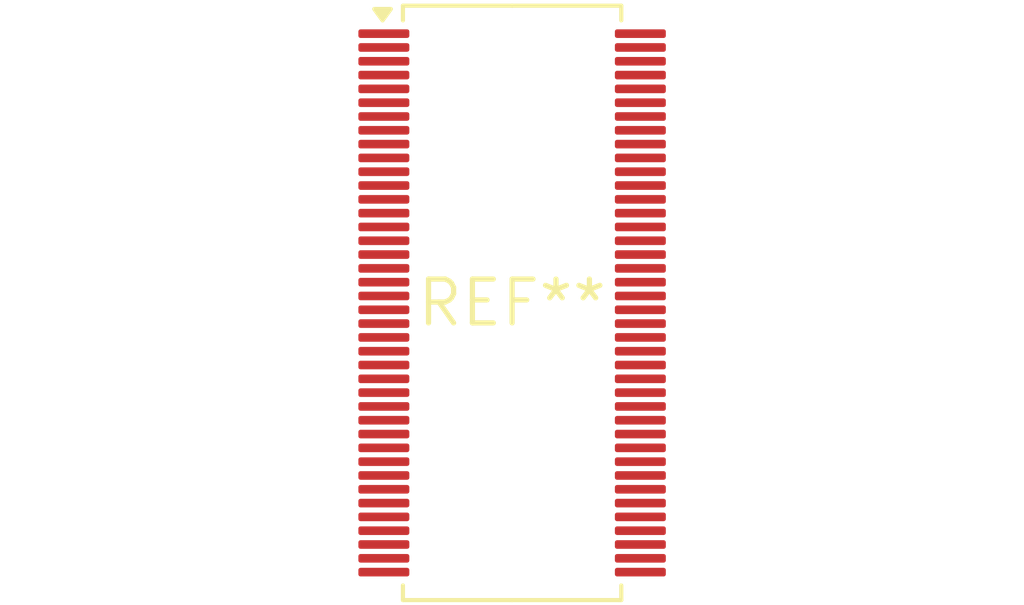
<source format=kicad_pcb>
(kicad_pcb (version 20240108) (generator pcbnew)
  (layers (0 "F.Cu" signal) (31 "B.Cu" signal) (34 "B.Paste" user) (35 "F.Paste" user) (36 "B.SilkS" user "B.Silkscreen") (37 "F.SilkS" user "F.Silkscreen") (38 "B.Mask" user) (39 "F.Mask" user) (44 "Edge.Cuts" user))
  (net 0 "")
  (footprint "TSSOP-80_6.1x17mm_P0.4mm" (layer "F.Cu") (at 0 0)
    (property "Reference" "REF**")
    (property "Value" "TSSOP-80_6.1x17mm_P0.4mm")
    (fp_line (start -3.16 -8.61) (end -3.16 -8.185) (layer "F.SilkS") (stroke (width 0.12)))
    (fp_line (start -3.16 8.61) (end -3.16 8.185) (layer "F.SilkS") (stroke (width 0.12)))
    (fp_line (start 0 -8.61) (end -3.16 -8.61) (layer "F.SilkS") (stroke (width 0.12)))
    (fp_line (start 0 -8.61) (end 3.16 -8.61) (layer "F.SilkS") (stroke (width 0.12)))
    (fp_line (start 0 8.61) (end -3.16 8.61) (layer "F.SilkS") (stroke (width 0.12)))
    (fp_line (start 0 8.61) (end 3.16 8.61) (layer "F.SilkS") (stroke (width 0.12)))
    (fp_line (start 3.16 -8.61) (end 3.16 -8.185) (layer "F.SilkS") (stroke (width 0.12)))
    (fp_line (start 3.16 8.61) (end 3.16 8.185) (layer "F.SilkS") (stroke (width 0.12)))
    (fp_poly (pts (xy -3.75 -8.185) (xy -3.99 -8.515) (xy -3.51 -8.515) (xy -3.75 -8.185)) (layer "F.SilkS") (stroke (width 0.12)) (fill solid))
    (pad "1" smd roundrect (at -3.7125 -7.8) (size 1.475 0.25) (layers "F.Cu" "F.Paste" "F.Mask"))
    (pad "2" smd roundrect (at -3.7125 -7.4) (size 1.475 0.25) (layers "F.Cu" "F.Paste" "F.Mask"))
    (pad "3" smd roundrect (at -3.7125 -7) (size 1.475 0.25) (layers "F.Cu" "F.Paste" "F.Mask"))
    (pad "4" smd roundrect (at -3.7125 -6.6) (size 1.475 0.25) (layers "F.Cu" "F.Paste" "F.Mask"))
    (pad "5" smd roundrect (at -3.7125 -6.2) (size 1.475 0.25) (layers "F.Cu" "F.Paste" "F.Mask"))
    (pad "6" smd roundrect (at -3.7125 -5.8) (size 1.475 0.25) (layers "F.Cu" "F.Paste" "F.Mask"))
    (pad "7" smd roundrect (at -3.7125 -5.4) (size 1.475 0.25) (layers "F.Cu" "F.Paste" "F.Mask"))
    (pad "8" smd roundrect (at -3.7125 -5) (size 1.475 0.25) (layers "F.Cu" "F.Paste" "F.Mask"))
    (pad "9" smd roundrect (at -3.7125 -4.6) (size 1.475 0.25) (layers "F.Cu" "F.Paste" "F.Mask"))
    (pad "10" smd roundrect (at -3.7125 -4.2) (size 1.475 0.25) (layers "F.Cu" "F.Paste" "F.Mask"))
    (pad "11" smd roundrect (at -3.7125 -3.8) (size 1.475 0.25) (layers "F.Cu" "F.Paste" "F.Mask"))
    (pad "12" smd roundrect (at -3.7125 -3.4) (size 1.475 0.25) (layers "F.Cu" "F.Paste" "F.Mask"))
    (pad "13" smd roundrect (at -3.7125 -3) (size 1.475 0.25) (layers "F.Cu" "F.Paste" "F.Mask"))
    (pad "14" smd roundrect (at -3.7125 -2.6) (size 1.475 0.25) (layers "F.Cu" "F.Paste" "F.Mask"))
    (pad "15" smd roundrect (at -3.7125 -2.2) (size 1.475 0.25) (layers "F.Cu" "F.Paste" "F.Mask"))
    (pad "16" smd roundrect (at -3.7125 -1.8) (size 1.475 0.25) (layers "F.Cu" "F.Paste" "F.Mask"))
    (pad "17" smd roundrect (at -3.7125 -1.4) (size 1.475 0.25) (layers "F.Cu" "F.Paste" "F.Mask"))
    (pad "18" smd roundrect (at -3.7125 -1) (size 1.475 0.25) (layers "F.Cu" "F.Paste" "F.Mask"))
    (pad "19" smd roundrect (at -3.7125 -0.6) (size 1.475 0.25) (layers "F.Cu" "F.Paste" "F.Mask"))
    (pad "20" smd roundrect (at -3.7125 -0.2) (size 1.475 0.25) (layers "F.Cu" "F.Paste" "F.Mask"))
    (pad "21" smd roundrect (at -3.7125 0.2) (size 1.475 0.25) (layers "F.Cu" "F.Paste" "F.Mask"))
    (pad "22" smd roundrect (at -3.7125 0.6) (size 1.475 0.25) (layers "F.Cu" "F.Paste" "F.Mask"))
    (pad "23" smd roundrect (at -3.7125 1) (size 1.475 0.25) (layers "F.Cu" "F.Paste" "F.Mask"))
    (pad "24" smd roundrect (at -3.7125 1.4) (size 1.475 0.25) (layers "F.Cu" "F.Paste" "F.Mask"))
    (pad "25" smd roundrect (at -3.7125 1.8) (size 1.475 0.25) (layers "F.Cu" "F.Paste" "F.Mask"))
    (pad "26" smd roundrect (at -3.7125 2.2) (size 1.475 0.25) (layers "F.Cu" "F.Paste" "F.Mask"))
    (pad "27" smd roundrect (at -3.7125 2.6) (size 1.475 0.25) (layers "F.Cu" "F.Paste" "F.Mask"))
    (pad "28" smd roundrect (at -3.7125 3) (size 1.475 0.25) (layers "F.Cu" "F.Paste" "F.Mask"))
    (pad "29" smd roundrect (at -3.7125 3.4) (size 1.475 0.25) (layers "F.Cu" "F.Paste" "F.Mask"))
    (pad "30" smd roundrect (at -3.7125 3.8) (size 1.475 0.25) (layers "F.Cu" "F.Paste" "F.Mask"))
    (pad "31" smd roundrect (at -3.7125 4.2) (size 1.475 0.25) (layers "F.Cu" "F.Paste" "F.Mask"))
    (pad "32" smd roundrect (at -3.7125 4.6) (size 1.475 0.25) (layers "F.Cu" "F.Paste" "F.Mask"))
    (pad "33" smd roundrect (at -3.7125 5) (size 1.475 0.25) (layers "F.Cu" "F.Paste" "F.Mask"))
    (pad "34" smd roundrect (at -3.7125 5.4) (size 1.475 0.25) (layers "F.Cu" "F.Paste" "F.Mask"))
    (pad "35" smd roundrect (at -3.7125 5.8) (size 1.475 0.25) (layers "F.Cu" "F.Paste" "F.Mask"))
    (pad "36" smd roundrect (at -3.7125 6.2) (size 1.475 0.25) (layers "F.Cu" "F.Paste" "F.Mask"))
    (pad "37" smd roundrect (at -3.7125 6.6) (size 1.475 0.25) (layers "F.Cu" "F.Paste" "F.Mask"))
    (pad "38" smd roundrect (at -3.7125 7) (size 1.475 0.25) (layers "F.Cu" "F.Paste" "F.Mask"))
    (pad "39" smd roundrect (at -3.7125 7.4) (size 1.475 0.25) (layers "F.Cu" "F.Paste" "F.Mask"))
    (pad "40" smd roundrect (at -3.7125 7.8) (size 1.475 0.25) (layers "F.Cu" "F.Paste" "F.Mask"))
    (pad "41" smd roundrect (at 3.7125 7.8) (size 1.475 0.25) (layers "F.Cu" "F.Paste" "F.Mask"))
    (pad "42" smd roundrect (at 3.7125 7.4) (size 1.475 0.25) (layers "F.Cu" "F.Paste" "F.Mask"))
    (pad "43" smd roundrect (at 3.7125 7) (size 1.475 0.25) (layers "F.Cu" "F.Paste" "F.Mask"))
    (pad "44" smd roundrect (at 3.7125 6.6) (size 1.475 0.25) (layers "F.Cu" "F.Paste" "F.Mask"))
    (pad "45" smd roundrect (at 3.7125 6.2) (size 1.475 0.25) (layers "F.Cu" "F.Paste" "F.Mask"))
    (pad "46" smd roundrect (at 3.7125 5.8) (size 1.475 0.25) (layers "F.Cu" "F.Paste" "F.Mask"))
    (pad "47" smd roundrect (at 3.7125 5.4) (size 1.475 0.25) (layers "F.Cu" "F.Paste" "F.Mask"))
    (pad "48" smd roundrect (at 3.7125 5) (size 1.475 0.25) (layers "F.Cu" "F.Paste" "F.Mask"))
    (pad "49" smd roundrect (at 3.7125 4.6) (size 1.475 0.25) (layers "F.Cu" "F.Paste" "F.Mask"))
    (pad "50" smd roundrect (at 3.7125 4.2) (size 1.475 0.25) (layers "F.Cu" "F.Paste" "F.Mask"))
    (pad "51" smd roundrect (at 3.7125 3.8) (size 1.475 0.25) (layers "F.Cu" "F.Paste" "F.Mask"))
    (pad "52" smd roundrect (at 3.7125 3.4) (size 1.475 0.25) (layers "F.Cu" "F.Paste" "F.Mask"))
    (pad "53" smd roundrect (at 3.7125 3) (size 1.475 0.25) (layers "F.Cu" "F.Paste" "F.Mask"))
    (pad "54" smd roundrect (at 3.7125 2.6) (size 1.475 0.25) (layers "F.Cu" "F.Paste" "F.Mask"))
    (pad "55" smd roundrect (at 3.7125 2.2) (size 1.475 0.25) (layers "F.Cu" "F.Paste" "F.Mask"))
    (pad "56" smd roundrect (at 3.7125 1.8) (size 1.475 0.25) (layers "F.Cu" "F.Paste" "F.Mask"))
    (pad "57" smd roundrect (at 3.7125 1.4) (size 1.475 0.25) (layers "F.Cu" "F.Paste" "F.Mask"))
    (pad "58" smd roundrect (at 3.7125 1) (size 1.475 0.25) (layers "F.Cu" "F.Paste" "F.Mask"))
    (pad "59" smd roundrect (at 3.7125 0.6) (size 1.475 0.25) (layers "F.Cu" "F.Paste" "F.Mask"))
    (pad "60" smd roundrect (at 3.7125 0.2) (size 1.475 0.25) (layers "F.Cu" "F.Paste" "F.Mask"))
    (pad "61" smd roundrect (at 3.7125 -0.2) (size 1.475 0.25) (layers "F.Cu" "F.Paste" "F.Mask"))
    (pad "62" smd roundrect (at 3.7125 -0.6) (size 1.475 0.25) (layers "F.Cu" "F.Paste" "F.Mask"))
    (pad "63" smd roundrect (at 3.7125 -1) (size 1.475 0.25) (layers "F.Cu" "F.Paste" "F.Mask"))
    (pad "64" smd roundrect (at 3.7125 -1.4) (size 1.475 0.25) (layers "F.Cu" "F.Paste" "F.Mask"))
    (pad "65" smd roundrect (at 3.7125 -1.8) (size 1.475 0.25) (layers "F.Cu" "F.Paste" "F.Mask"))
    (pad "66" smd roundrect (at 3.7125 -2.2) (size 1.475 0.25) (layers "F.Cu" "F.Paste" "F.Mask"))
    (pad "67" smd roundrect (at 3.7125 -2.6) (size 1.475 0.25) (layers "F.Cu" "F.Paste" "F.Mask"))
    (pad "68" smd roundrect (at 3.7125 -3) (size 1.475 0.25) (layers "F.Cu" "F.Paste" "F.Mask"))
    (pad "69" smd roundrect (at 3.7125 -3.4) (size 1.475 0.25) (layers "F.Cu" "F.Paste" "F.Mask"))
    (pad "70" smd roundrect (at 3.7125 -3.8) (size 1.475 0.25) (layers "F.Cu" "F.Paste" "F.Mask"))
    (pad "71" smd roundrect (at 3.7125 -4.2) (size 1.475 0.25) (layers "F.Cu" "F.Paste" "F.Mask"))
    (pad "72" smd roundrect (at 3.7125 -4.6) (size 1.475 0.25) (layers "F.Cu" "F.Paste" "F.Mask"))
    (pad "73" smd roundrect (at 3.7125 -5) (size 1.475 0.25) (layers "F.Cu" "F.Paste" "F.Mask"))
    (pad "74" smd roundrect (at 3.7125 -5.4) (size 1.475 0.25) (layers "F.Cu" "F.Paste" "F.Mask"))
    (pad "75" smd roundrect (at 3.7125 -5.8) (size 1.475 0.25) (layers "F.Cu" "F.Paste" "F.Mask"))
    (pad "76" smd roundrect (at 3.7125 -6.2) (size 1.475 0.25) (layers "F.Cu" "F.Paste" "F.Mask"))
    (pad "77" smd roundrect (at 3.7125 -6.6) (size 1.475 0.25) (layers "F.Cu" "F.Paste" "F.Mask"))
    (pad "78" smd roundrect (at 3.7125 -7) (size 1.475 0.25) (layers "F.Cu" "F.Paste" "F.Mask"))
    (pad "79" smd roundrect (at 3.7125 -7.4) (size 1.475 0.25) (layers "F.Cu" "F.Paste" "F.Mask"))
    (pad "80" smd roundrect (at 3.7125 -7.8) (size 1.475 0.25) (layers "F.Cu" "F.Paste" "F.Mask"))
  )
)
</source>
